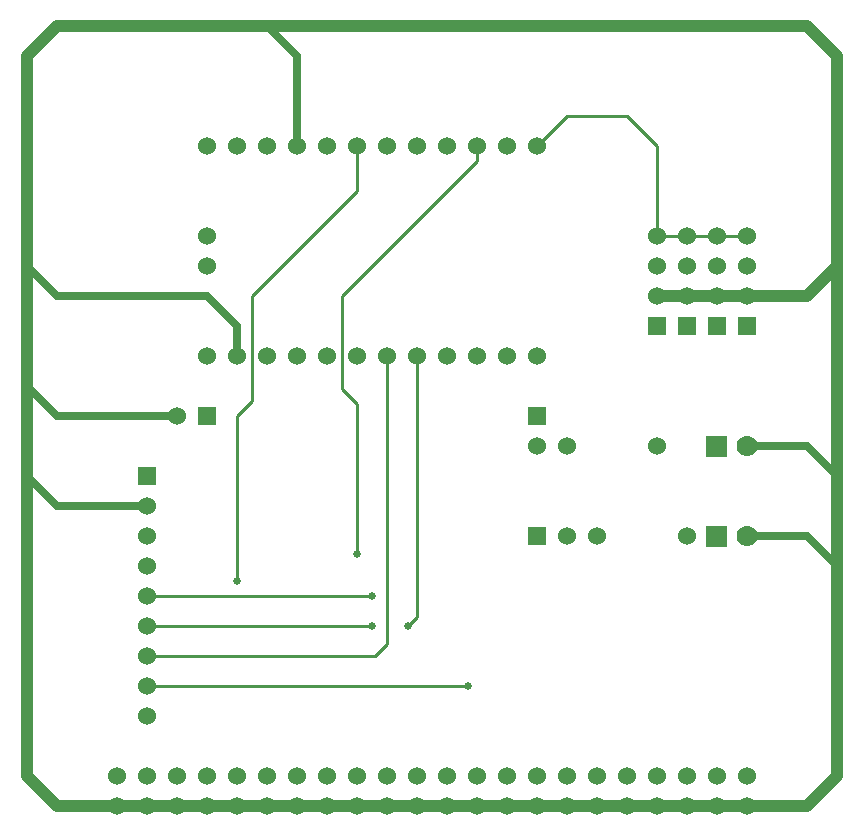
<source format=gbl>
G04 start of page 3 for group 1 idx 1 *
G04 Title: (unknown), bottom *
G04 Creator: pcb 20140316 *
G04 CreationDate: Fri 04 Aug 2017 03:19:25 PM GMT UTC *
G04 For: root *
G04 Format: Gerber/RS-274X *
G04 PCB-Dimensions (mil): 6000.00 5000.00 *
G04 PCB-Coordinate-Origin: lower left *
%MOIN*%
%FSLAX25Y25*%
%LNBOTTOM*%
%ADD30C,0.0280*%
%ADD29C,0.0380*%
%ADD28C,0.0130*%
%ADD27C,0.0260*%
%ADD26C,0.0700*%
%ADD25C,0.0001*%
%ADD24C,0.0600*%
%ADD23C,0.0250*%
%ADD22C,0.0100*%
%ADD21C,0.0400*%
G54D21*X280000Y240000D02*Y480000D01*
G54D22*X250000Y420000D02*X220000D01*
G54D21*X270000Y400000D02*X280000Y410000D01*
G54D23*X270000Y320000D02*X280000Y310000D01*
X250000Y320000D02*X270000D01*
Y350000D02*X280000Y340000D01*
X250000Y350000D02*X270000D01*
G54D21*Y230000D02*X280000Y240000D01*
G54D23*X100000Y480000D02*X90000Y490000D01*
X100000Y450000D02*Y480000D01*
G54D22*X160000Y450000D02*Y445000D01*
G54D21*X270000Y490000D02*X20000D01*
X280000Y480000D02*X270000Y490000D01*
G54D22*X190000Y460000D02*X210000D01*
X220000Y450000D02*X210000Y460000D01*
X220000Y420000D02*Y450000D01*
X180000D02*X190000Y460000D01*
G54D21*X220000Y400000D02*X270000D01*
G54D22*X115000D02*X160000Y445000D01*
X120000Y450000D02*Y435000D01*
X85000Y400000D02*X120000Y435000D01*
X115000Y369000D02*Y400000D01*
X120000Y364000D02*X115000Y369000D01*
X85000Y365000D02*Y400000D01*
G54D21*X20000Y230000D02*X270000D01*
X10000Y240000D02*X20000Y230000D01*
G54D22*X157000Y270000D02*X50000D01*
G54D23*X20000Y400000D02*X10000Y410000D01*
X70000Y400000D02*X20000D01*
X80000Y390000D02*X70000Y400000D01*
X80000Y380000D02*Y390000D01*
G54D21*X10000Y480000D02*Y440000D01*
Y450000D02*Y240000D01*
X20000Y490000D02*X10000Y480000D01*
G54D23*X20000Y360000D02*X10000Y370000D01*
X60000Y360000D02*X20000D01*
Y330000D02*X10000Y340000D01*
X50000Y330000D02*X20000D01*
G54D22*X120000Y314000D02*Y364000D01*
X80000Y360000D02*X85000Y365000D01*
X80000Y305000D02*Y360000D01*
X50000Y290000D02*X125000D01*
X50000Y300000D02*X125000D01*
X126000Y280000D02*X130000Y284000D01*
X50000Y280000D02*X126000D01*
X140000Y293000D02*X137000Y290000D01*
X140000Y380000D02*Y293000D01*
X130000Y284000D02*Y380000D01*
G54D24*X40000Y230000D03*
Y240000D03*
X50000Y230000D03*
Y240000D03*
X250000D03*
Y230000D03*
X240000D03*
Y240000D03*
X230000D03*
Y230000D03*
X220000D03*
X210000D03*
X200000D03*
X220000Y240000D03*
X210000D03*
X200000D03*
X190000D03*
Y230000D03*
X180000D03*
X170000D03*
X180000Y240000D03*
X170000D03*
X160000D03*
X150000D03*
X140000D03*
X130000D03*
X160000Y230000D03*
X150000D03*
X140000D03*
X130000D03*
X120000D03*
X110000D03*
X100000D03*
X120000Y240000D03*
X110000D03*
X100000D03*
X90000D03*
X80000D03*
X70000D03*
X90000Y230000D03*
X80000D03*
X70000D03*
X60000D03*
Y240000D03*
G54D25*G36*
X217000Y393000D02*Y387000D01*
X223000D01*
Y393000D01*
X217000D01*
G37*
G54D24*X220000Y400000D03*
Y410000D03*
Y420000D03*
G54D25*G36*
X237000Y393000D02*Y387000D01*
X243000D01*
Y393000D01*
X237000D01*
G37*
G36*
X247000D02*Y387000D01*
X253000D01*
Y393000D01*
X247000D01*
G37*
G54D24*X240000Y400000D03*
X230000D03*
X250000D03*
X240000Y420000D03*
X230000D03*
X250000D03*
G54D25*G36*
X227000Y393000D02*Y387000D01*
X233000D01*
Y393000D01*
X227000D01*
G37*
G54D24*X240000Y410000D03*
X230000D03*
X250000D03*
X70000D03*
Y420000D03*
Y450000D03*
X80000D03*
X90000D03*
X100000D03*
X110000D03*
X120000D03*
X130000D03*
X140000D03*
X150000D03*
X160000D03*
X170000D03*
X180000D03*
X150000Y380000D03*
X140000D03*
X130000D03*
X120000D03*
X110000D03*
X100000D03*
X90000D03*
X180000D03*
X170000D03*
X160000D03*
G54D25*G36*
X177000Y363000D02*Y357000D01*
X183000D01*
Y363000D01*
X177000D01*
G37*
G54D24*X180000Y350000D03*
X190000D03*
X220000D03*
G54D25*G36*
X236500Y353500D02*Y346500D01*
X243500D01*
Y353500D01*
X236500D01*
G37*
G54D26*X250000Y350000D03*
G54D25*G36*
X177000Y323000D02*Y317000D01*
X183000D01*
Y323000D01*
X177000D01*
G37*
G54D24*X190000Y320000D03*
X200000D03*
X230000D03*
G54D25*G36*
X236500Y323500D02*Y316500D01*
X243500D01*
Y323500D01*
X236500D01*
G37*
G54D26*X250000Y320000D03*
G54D24*X80000Y380000D03*
X70000D03*
G54D25*G36*
X47000Y343000D02*Y337000D01*
X53000D01*
Y343000D01*
X47000D01*
G37*
G54D24*X50000Y330000D03*
Y320000D03*
Y310000D03*
Y300000D03*
Y290000D03*
Y280000D03*
Y270000D03*
Y260000D03*
G54D25*G36*
X67000Y363000D02*Y357000D01*
X73000D01*
Y363000D01*
X67000D01*
G37*
G54D24*X60000Y360000D03*
G54D27*X120000Y314000D03*
X80000Y305000D03*
X125000Y290000D03*
Y300000D03*
X157000Y270000D03*
X137000Y290000D03*
G54D28*G54D21*G54D29*G54D21*G54D29*G54D30*G54D29*G54D30*G54D21*G54D29*M02*

</source>
